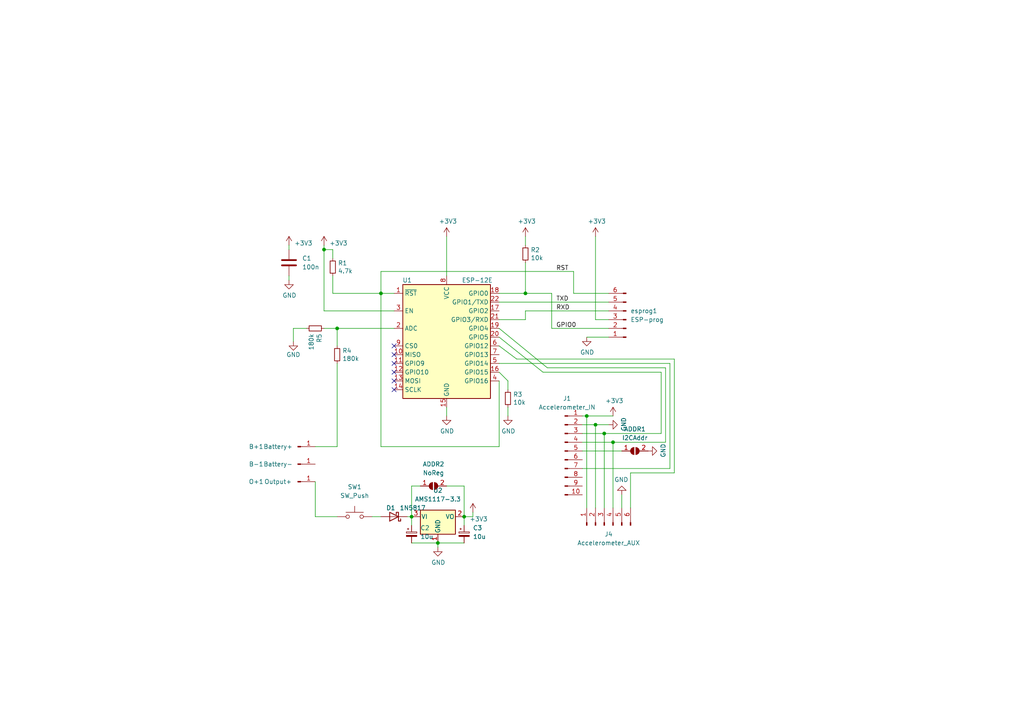
<source format=kicad_sch>
(kicad_sch (version 20231120) (generator "eeschema") (generator_version "8.0")
  (paper "A4")
  (title_block (title "SlimSlimeModularModule") (date "2022-03-16") (rev "1") (company "BearlyTechnical"))
  (lib_symbols
    (symbol "Connector:Conn_01x01_Male" (pin_names (offset 1.016) hide)
      (property "Reference" "J" (at 0 2.54 0))
      (property "Value" "Conn_01x01_Male" (at 0 -2.54 0))
      (symbol "Conn_01x01_Male_1_1"
        (polyline (pts (xy 1.27 0) (xy 0.8636 0)) (stroke (width 0.1524)))
        (rectangle (start 0.8636 0.127) (end 0 -0.127) (stroke (width 0.1524)) (fill (type outline)))
        (pin passive line (at 5.08 0 180) (length 3.81) (name "Pin_1") (number "1"))
      )
    )
    (symbol "Connector:Conn_01x06_Male" (pin_names (offset 1.016) hide)
      (property "Reference" "J" (at 0 7.62 0))
      (property "Value" "Conn_01x06_Male" (at 0 -10.16 0))
      (symbol "Conn_01x06_Male_1_1"
        (polyline (pts (xy 1.27 -7.62) (xy 0.8636 -7.62)) (stroke (width 0.1524)))
        (polyline (pts (xy 1.27 -5.08) (xy 0.8636 -5.08)) (stroke (width 0.1524)))
        (polyline (pts (xy 1.27 -2.54) (xy 0.8636 -2.54)) (stroke (width 0.1524)))
        (polyline (pts (xy 1.27 0) (xy 0.8636 0)) (stroke (width 0.1524)))
        (polyline (pts (xy 1.27 2.54) (xy 0.8636 2.54)) (stroke (width 0.1524)))
        (polyline (pts (xy 1.27 5.08) (xy 0.8636 5.08)) (stroke (width 0.1524)))
        (rectangle (start 0.8636 -7.493) (end 0 -7.747) (stroke (width 0.1524)) (fill (type outline)))
        (rectangle (start 0.8636 -4.953) (end 0 -5.207) (stroke (width 0.1524)) (fill (type outline)))
        (rectangle (start 0.8636 -2.413) (end 0 -2.667) (stroke (width 0.1524)) (fill (type outline)))
        (rectangle (start 0.8636 0.127) (end 0 -0.127) (stroke (width 0.1524)) (fill (type outline)))
        (rectangle (start 0.8636 2.667) (end 0 2.413) (stroke (width 0.1524)) (fill (type outline)))
        (rectangle (start 0.8636 5.207) (end 0 4.953) (stroke (width 0.1524)) (fill (type outline)))
        (pin passive line (at 5.08 5.08 180) (length 3.81) (name "Pin_1") (number "1"))
        (pin passive line (at 5.08 2.54 180) (length 3.81) (name "Pin_2") (number "2"))
        (pin passive line (at 5.08 0 180) (length 3.81) (name "Pin_3") (number "3"))
        (pin passive line (at 5.08 -2.54 180) (length 3.81) (name "Pin_4") (number "4"))
        (pin passive line (at 5.08 -5.08 180) (length 3.81) (name "Pin_5") (number "5"))
        (pin passive line (at 5.08 -7.62 180) (length 3.81) (name "Pin_6") (number "6"))
      )
    )
    (symbol "Connector:Conn_01x10_Male" (pin_names (offset 1.016) hide)
      (property "Reference" "J" (at 0 12.7 0))
      (property "Value" "Conn_01x10_Male" (at 0 -15.24 0))
      (symbol "Conn_01x10_Male_1_1"
        (polyline (pts (xy 1.27 -12.7) (xy 0.8636 -12.7)) (stroke (width 0.1524)))
        (polyline (pts (xy 1.27 -10.16) (xy 0.8636 -10.16)) (stroke (width 0.1524)))
        (polyline (pts (xy 1.27 -7.62) (xy 0.8636 -7.62)) (stroke (width 0.1524)))
        (polyline (pts (xy 1.27 -5.08) (xy 0.8636 -5.08)) (stroke (width 0.1524)))
        (polyline (pts (xy 1.27 -2.54) (xy 0.8636 -2.54)) (stroke (width 0.1524)))
        (polyline (pts (xy 1.27 0) (xy 0.8636 0)) (stroke (width 0.1524)))
        (polyline (pts (xy 1.27 2.54) (xy 0.8636 2.54)) (stroke (width 0.1524)))
        (polyline (pts (xy 1.27 5.08) (xy 0.8636 5.08)) (stroke (width 0.1524)))
        (polyline (pts (xy 1.27 7.62) (xy 0.8636 7.62)) (stroke (width 0.1524)))
        (polyline (pts (xy 1.27 10.16) (xy 0.8636 10.16)) (stroke (width 0.1524)))
        (rectangle (start 0.8636 -12.573) (end 0 -12.827) (stroke (width 0.1524)) (fill (type outline)))
        (rectangle (start 0.8636 -10.033) (end 0 -10.287) (stroke (width 0.1524)) (fill (type outline)))
        (rectangle (start 0.8636 -7.493) (end 0 -7.747) (stroke (width 0.1524)) (fill (type outline)))
        (rectangle (start 0.8636 -4.953) (end 0 -5.207) (stroke (width 0.1524)) (fill (type outline)))
        (rectangle (start 0.8636 -2.413) (end 0 -2.667) (stroke (width 0.1524)) (fill (type outline)))
        (rectangle (start 0.8636 0.127) (end 0 -0.127) (stroke (width 0.1524)) (fill (type outline)))
        (rectangle (start 0.8636 2.667) (end 0 2.413) (stroke (width 0.1524)) (fill (type outline)))
        (rectangle (start 0.8636 5.207) (end 0 4.953) (stroke (width 0.1524)) (fill (type outline)))
        (rectangle (start 0.8636 7.747) (end 0 7.493) (stroke (width 0.1524)) (fill (type outline)))
        (rectangle (start 0.8636 10.287) (end 0 10.033) (stroke (width 0.1524)) (fill (type outline)))
        (pin passive line (at 5.08 10.16 180) (length 3.81) (name "Pin_1") (number "1"))
        (pin passive line (at 5.08 -12.7 180) (length 3.81) (name "Pin_10") (number "10"))
        (pin passive line (at 5.08 7.62 180) (length 3.81) (name "Pin_2") (number "2"))
        (pin passive line (at 5.08 5.08 180) (length 3.81) (name "Pin_3") (number "3"))
        (pin passive line (at 5.08 2.54 180) (length 3.81) (name "Pin_4") (number "4"))
        (pin passive line (at 5.08 0 180) (length 3.81) (name "Pin_5") (number "5"))
        (pin passive line (at 5.08 -2.54 180) (length 3.81) (name "Pin_6") (number "6"))
        (pin passive line (at 5.08 -5.08 180) (length 3.81) (name "Pin_7") (number "7"))
        (pin passive line (at 5.08 -7.62 180) (length 3.81) (name "Pin_8") (number "8"))
        (pin passive line (at 5.08 -10.16 180) (length 3.81) (name "Pin_9") (number "9"))
      )
    )
    (symbol "Device:C" (pin_numbers hide) (pin_names (offset 0.254))
      (property "Reference" "C" (at 0.635 2.54 0))
      (property "Value" "C" (at 0.635 -2.54 0))
      (symbol "C_0_1"
        (polyline (pts (xy -2.032 -0.762) (xy 2.032 -0.762)) (stroke (width 0.508)))
        (polyline (pts (xy -2.032 0.762) (xy 2.032 0.762)) (stroke (width 0.508)))
      )
      (symbol "C_1_1"
        (pin passive line (at 0 3.81 270) (length 2.794) (name "~") (number "1"))
        (pin passive line (at 0 -3.81 90) (length 2.794) (name "~") (number "2"))
      )
    )
    (symbol "Device:C_Polarized_Small" (pin_numbers hide) (pin_names (offset 0.254) hide)
      (property "Reference" "C" (at 0.254 1.778 0))
      (property "Value" "C_Polarized_Small" (at 0.254 -2.032 0))
      (symbol "C_Polarized_Small_0_1"
        (rectangle (start -1.524 -0.3048) (end 1.524 -0.6858) (fill (type outline)))
        (rectangle (start -1.524 0.6858) (end 1.524 0.3048))
        (polyline (pts (xy -1.27 1.524) (xy -0.762 1.524)))
        (polyline (pts (xy -1.016 1.27) (xy -1.016 1.778)))
      )
      (symbol "C_Polarized_Small_1_1"
        (pin passive line (at 0 2.54 270) (length 1.8542) (name "~") (number "1"))
        (pin passive line (at 0 -2.54 90) (length 1.8542) (name "~") (number "2"))
      )
    )
    (symbol "Device:R_Small" (pin_numbers hide) (pin_names (offset 0.254) hide)
      (property "Reference" "R" (at 0.762 0.508 0))
      (property "Value" "R_Small" (at 0.762 -1.016 0))
      (symbol "R_Small_0_1"
        (rectangle (start -0.762 1.778) (end 0.762 -1.778) (stroke (width 0.2032)))
      )
      (symbol "R_Small_1_1"
        (pin passive line (at 0 2.54 270) (length 0.762) (name "~") (number "1"))
        (pin passive line (at 0 -2.54 90) (length 0.762) (name "~") (number "2"))
      )
    )
    (symbol "Diode:1N5817" (pin_numbers hide) (pin_names (offset 1.016) hide)
      (property "Reference" "D" (at 0 2.54 0))
      (property "Value" "1N5817" (at 0 -2.54 0))
      (symbol "1N5817_0_1"
        (polyline (pts (xy 1.27 0) (xy -1.27 0)))
        (polyline (pts (xy 1.27 1.27) (xy 1.27 -1.27) (xy -1.27 0) (xy 1.27 1.27)) (stroke (width 0.254)))
        (polyline (pts (xy -1.905 0.635) (xy -1.905 1.27) (xy -1.27 1.27) (xy -1.27 -1.27) (xy -0.635 -1.27) (xy -0.635 -0.635)) (stroke (width 0.254)))
      )
      (symbol "1N5817_1_1"
        (pin passive line (at -3.81 0 0) (length 2.54) (name "K") (number "1"))
        (pin passive line (at 3.81 0 180) (length 2.54) (name "A") (number "2"))
      )
    )
    (symbol "Jumper:SolderJumper_2_Open" (pin_names (offset 0) hide)
      (property "Reference" "JP" (at 0 2.032 0))
      (property "Value" "SolderJumper_2_Open" (at 0 -2.54 0))
      (symbol "SolderJumper_2_Open_0_1"
        (arc (start -0.254 1.016) (mid -1.2656 0) (end -0.254 -1.016))
        (arc (start -0.254 1.016) (mid -1.2656 0) (end -0.254 -1.016) (fill (type outline)))
        (polyline (pts (xy -0.254 1.016) (xy -0.254 -1.016)))
        (polyline (pts (xy 0.254 1.016) (xy 0.254 -1.016)))
        (arc (start 0.254 -1.016) (mid 1.2656 0) (end 0.254 1.016))
        (arc (start 0.254 -1.016) (mid 1.2656 0) (end 0.254 1.016) (fill (type outline)))
      )
      (symbol "SolderJumper_2_Open_1_1"
        (pin passive line (at -3.81 0 0) (length 2.54) (name "A") (number "1"))
        (pin passive line (at 3.81 0 180) (length 2.54) (name "B") (number "2"))
      )
    )
    (symbol "RF_Module:ESP-12E"
      (property "Reference" "U" (at -12.7 19.05 0))
      (property "Value" "ESP-12E" (at 12.7 19.05 0))
      (symbol "ESP-12E_0_1"
        (rectangle (start -12.7 17.78) (end 12.7 -15.24) (stroke (width 0.254)) (fill (type background)))
      )
      (symbol "ESP-12E_1_1"
        (pin input line (at -15.24 15.24 0) (length 2.54) (name "~{RST}") (number "1"))
        (pin bidirectional line (at -15.24 -2.54 0) (length 2.54) (name "MISO") (number "10"))
        (pin bidirectional line (at -15.24 -5.08 0) (length 2.54) (name "GPIO9") (number "11"))
        (pin bidirectional line (at -15.24 -7.62 0) (length 2.54) (name "GPIO10") (number "12"))
        (pin bidirectional line (at -15.24 -10.16 0) (length 2.54) (name "MOSI") (number "13"))
        (pin bidirectional line (at -15.24 -12.7 0) (length 2.54) (name "SCLK") (number "14"))
        (pin power_in line (at 0 -17.78 90) (length 2.54) (name "GND") (number "15"))
        (pin bidirectional line (at 15.24 -7.62 180) (length 2.54) (name "GPIO15") (number "16"))
        (pin bidirectional line (at 15.24 10.16 180) (length 2.54) (name "GPIO2") (number "17"))
        (pin bidirectional line (at 15.24 15.24 180) (length 2.54) (name "GPIO0") (number "18"))
        (pin bidirectional line (at 15.24 5.08 180) (length 2.54) (name "GPIO4") (number "19"))
        (pin input line (at -15.24 5.08 0) (length 2.54) (name "ADC") (number "2"))
        (pin bidirectional line (at 15.24 2.54 180) (length 2.54) (name "GPIO5") (number "20"))
        (pin bidirectional line (at 15.24 7.62 180) (length 2.54) (name "GPIO3/RXD") (number "21"))
        (pin bidirectional line (at 15.24 12.7 180) (length 2.54) (name "GPIO1/TXD") (number "22"))
        (pin input line (at -15.24 10.16 0) (length 2.54) (name "EN") (number "3"))
        (pin bidirectional line (at 15.24 -10.16 180) (length 2.54) (name "GPIO16") (number "4"))
        (pin bidirectional line (at 15.24 -5.08 180) (length 2.54) (name "GPIO14") (number "5"))
        (pin bidirectional line (at 15.24 0 180) (length 2.54) (name "GPIO12") (number "6"))
        (pin bidirectional line (at 15.24 -2.54 180) (length 2.54) (name "GPIO13") (number "7"))
        (pin power_in line (at 0 20.32 270) (length 2.54) (name "VCC") (number "8"))
        (pin input line (at -15.24 0 0) (length 2.54) (name "CS0") (number "9"))
      )
    )
    (symbol "Regulator_Linear:AMS1117-3.3" (pin_names (offset 0.254))
      (property "Reference" "U" (at -3.81 3.175 0))
      (property "Value" "AMS1117-3.3" (at 0 3.175 0))
      (symbol "AMS1117-3.3_0_1"
        (rectangle (start -5.08 -5.08) (end 5.08 1.905) (stroke (width 0.254)) (fill (type background)))
      )
      (symbol "AMS1117-3.3_1_1"
        (pin power_in line (at 0 -7.62 90) (length 2.54) (name "GND") (number "1"))
        (pin power_out line (at 7.62 0 180) (length 2.54) (name "VO") (number "2"))
        (pin power_in line (at -7.62 0 0) (length 2.54) (name "VI") (number "3"))
      )
    )
    (symbol "Switch:SW_Push" (pin_numbers hide) (pin_names (offset 1.016) hide)
      (property "Reference" "SW" (at 1.27 2.54 0))
      (property "Value" "SW_Push" (at 0 -1.524 0))
      (symbol "SW_Push_0_1"
        (circle (center -2.032 0) (radius 0.508))
        (polyline (pts (xy 0 1.27) (xy 0 3.048)))
        (polyline (pts (xy 2.54 1.27) (xy -2.54 1.27)))
        (circle (center 2.032 0) (radius 0.508))
        (pin passive line (at -5.08 0 0) (length 2.54) (name "1") (number "1"))
        (pin passive line (at 5.08 0 180) (length 2.54) (name "2") (number "2"))
      )
    )
    (symbol "power:+3V3" (power) (pin_names (offset 0))
      (property "Value" "+3V3" (at 0 3.556 0))
      (symbol "+3V3_0_1"
        (polyline (pts (xy -0.762 1.27) (xy 0 2.54)))
        (polyline (pts (xy 0 0) (xy 0 2.54)))
        (polyline (pts (xy 0 2.54) (xy 0.762 1.27)))
      )
      (symbol "+3V3_1_1"
        (pin power_in line (at 0 0 90) (length 0) hide (name "+3V3") (number "1"))
      )
    )
    (symbol "power:GND" (power) (pin_names (offset 0))
      (property "Value" "GND" (at 0 -3.81 0))
      (symbol "GND_0_1"
        (polyline (pts (xy 0 0) (xy 0 -1.27) (xy 1.27 -1.27) (xy 0 -2.54) (xy -1.27 -1.27) (xy 0 -1.27)))
      )
      (symbol "GND_1_1"
        (pin power_in line (at 0 0 270) (length 0) hide (name "GND") (number "1"))
      )
    )
  )
  (junction (at 97.79 95.25))
  (junction (at 110.49 85.09))
  (junction (at 170.18 120.65))
  (junction (at 127 157.48))
  (junction (at 93.98 72.39))
  (junction (at 119.38 149.86))
  (junction (at 152.4 85.09))
  (junction (at 175.26 125.73))
  (junction (at 172.72 123.19))
  (junction (at 134.62 149.86))
  (junction (at 177.8 128.27))
  (no_connect (at 114.3 107.95))
  (no_connect (at 114.3 100.33))
  (no_connect (at 114.3 102.87))
  (no_connect (at 114.3 110.49))
  (no_connect (at 114.3 105.41))
  (no_connect (at 114.3 113.03))
  (wire (pts (xy 168.91 128.27) (xy 177.8 128.27)))
  (wire (pts (xy 191.77 125.73) (xy 191.77 107.95)))
  (wire (pts (xy 97.79 100.33) (xy 97.79 95.25)))
  (wire (pts (xy 177.8 128.27) (xy 177.8 147.32)))
  (wire (pts (xy 152.4 76.2) (xy 152.4 85.09)))
  (wire (pts (xy 121.92 140.97) (xy 119.38 140.97)))
  (wire (pts (xy 134.62 140.97) (xy 134.62 149.86)))
  (wire (pts (xy 152.4 85.09) (xy 144.78 85.09)))
  (wire (pts (xy 83.82 71.12) (xy 83.82 72.39)))
  (wire (pts (xy 175.26 125.73) (xy 175.26 147.32)))
  (wire (pts (xy 182.88 137.16) (xy 195.58 137.16)))
  (wire (pts (xy 110.49 78.74) (xy 110.49 85.09)))
  (wire (pts (xy 195.58 104.14) (xy 195.58 137.16)))
  (wire (pts (xy 152.4 90.17) (xy 176.53 90.17)))
  (wire (pts (xy 176.53 85.09) (xy 166.37 85.09)))
  (wire (pts (xy 85.09 95.25) (xy 88.9 95.25)))
  (wire (pts (xy 172.72 123.19) (xy 172.72 147.32)))
  (wire (pts (xy 147.32 110.49) (xy 147.32 113.03)))
  (wire (pts (xy 144.78 129.54) (xy 110.49 129.54)))
  (wire (pts (xy 119.38 140.97) (xy 119.38 149.86)))
  (wire (pts (xy 144.78 92.71) (xy 152.4 92.71)))
  (wire (pts (xy 110.49 129.54) (xy 110.49 85.09)))
  (wire (pts (xy 175.26 125.73) (xy 168.91 125.73)))
  (wire (pts (xy 119.38 157.48) (xy 127 157.48)))
  (wire (pts (xy 97.79 95.25) (xy 114.3 95.25)))
  (wire (pts (xy 91.44 129.54) (xy 97.79 129.54)))
  (wire (pts (xy 177.8 128.27) (xy 193.04 128.27)))
  (wire (pts (xy 194.31 105.41) (xy 194.31 135.89)))
  (wire (pts (xy 127 158.75) (xy 127 157.48)))
  (wire (pts (xy 85.09 95.25) (xy 85.09 99.06)))
  (wire (pts (xy 129.54 68.58) (xy 129.54 80.01)))
  (wire (pts (xy 144.78 107.95) (xy 147.32 110.49)))
  (wire (pts (xy 170.18 120.65) (xy 170.18 147.32)))
  (wire (pts (xy 193.04 128.27) (xy 193.04 106.68)))
  (wire (pts (xy 147.32 118.11) (xy 147.32 120.65)))
  (wire (pts (xy 176.53 92.71) (xy 172.72 92.71)))
  (wire (pts (xy 176.53 95.25) (xy 160.02 95.25)))
  (wire (pts (xy 93.98 72.39) (xy 93.98 90.17)))
  (wire (pts (xy 93.98 90.17) (xy 114.3 90.17)))
  (wire (pts (xy 129.54 140.97) (xy 134.62 140.97)))
  (wire (pts (xy 158.75 106.68) (xy 144.78 95.25)))
  (wire (pts (xy 193.04 106.68) (xy 158.75 106.68)))
  (wire (pts (xy 96.52 80.01) (xy 96.52 85.09)))
  (wire (pts (xy 172.72 123.19) (xy 168.91 123.19)))
  (wire (pts (xy 170.18 97.79) (xy 176.53 97.79)))
  (wire (pts (xy 152.4 68.58) (xy 152.4 71.12)))
  (wire (pts (xy 144.78 87.63) (xy 176.53 87.63)))
  (wire (pts (xy 144.78 110.49) (xy 144.78 129.54)))
  (wire (pts (xy 180.34 143.51) (xy 180.34 147.32)))
  (wire (pts (xy 118.11 149.86) (xy 119.38 149.86)))
  (wire (pts (xy 93.98 95.25) (xy 97.79 95.25)))
  (wire (pts (xy 176.53 123.19) (xy 172.72 123.19)))
  (wire (pts (xy 83.82 81.28) (xy 83.82 80.01)))
  (wire (pts (xy 137.16 149.86) (xy 134.62 149.86)))
  (wire (pts (xy 93.98 71.12) (xy 93.98 72.39)))
  (wire (pts (xy 194.31 135.89) (xy 168.91 135.89)))
  (wire (pts (xy 191.77 125.73) (xy 175.26 125.73)))
  (wire (pts (xy 127 157.48) (xy 134.62 157.48)))
  (wire (pts (xy 107.95 149.86) (xy 110.49 149.86)))
  (wire (pts (xy 110.49 85.09) (xy 114.3 85.09)))
  (wire (pts (xy 166.37 85.09) (xy 166.37 78.74)))
  (wire (pts (xy 96.52 85.09) (xy 110.49 85.09)))
  (wire (pts (xy 160.02 85.09) (xy 152.4 85.09)))
  (wire (pts (xy 160.02 95.25) (xy 160.02 85.09)))
  (wire (pts (xy 152.4 92.71) (xy 152.4 90.17)))
  (wire (pts (xy 191.77 107.95) (xy 157.48 107.95)))
  (wire (pts (xy 170.18 120.65) (xy 168.91 120.65)))
  (wire (pts (xy 91.44 139.7) (xy 91.44 149.86)))
  (wire (pts (xy 195.58 104.14) (xy 149.86 104.14)))
  (wire (pts (xy 172.72 92.71) (xy 172.72 68.58)))
  (wire (pts (xy 96.52 72.39) (xy 93.98 72.39)))
  (wire (pts (xy 177.8 120.65) (xy 170.18 120.65)))
  (wire (pts (xy 182.88 137.16) (xy 182.88 147.32)))
  (wire (pts (xy 166.37 78.74) (xy 110.49 78.74)))
  (wire (pts (xy 149.86 104.14) (xy 144.78 100.33)))
  (wire (pts (xy 96.52 74.93) (xy 96.52 72.39)))
  (wire (pts (xy 168.91 130.81) (xy 180.34 130.81)))
  (wire (pts (xy 157.48 107.95) (xy 144.78 97.79)))
  (wire (pts (xy 91.44 149.86) (xy 97.79 149.86)))
  (wire (pts (xy 119.38 149.86) (xy 119.38 152.4)))
  (wire (pts (xy 137.16 148.59) (xy 137.16 149.86)))
  (wire (pts (xy 129.54 120.65) (xy 129.54 118.11)))
  (wire (pts (xy 134.62 149.86) (xy 134.62 152.4)))
  (wire (pts (xy 194.31 105.41) (xy 144.78 105.41)))
  (wire (pts (xy 97.79 105.41) (xy 97.79 129.54)))
  (label "TXD" (at 161.29 87.63 0))
  (label "RXD" (at 161.29 90.17 0))
  (label "RST" (at 161.29 78.74 0))
  (label "GPIO0" (at 161.29 95.25 0))
  (symbol (lib_id "RF_Module:ESP-12E") (at 129.54 100.33 0) (unit 1)
    (property "Reference" "U1" (at 118.11 81.28 0))
    (property "Value" "ESP-12E" (at 138.43 81.28 0))
    (property "Footprint" "footprints:ESP-12E" (effects (hide yes)))
    (property "Datasheet" "http://wiki.ai-thinker.com/_media/esp8266/esp8266_series_modules_user_manual_v1.1.pdf" (effects (hide yes)))
  )
  (symbol (lib_id "Device:R_Small") (at 96.52 77.47 0) (unit 1)
    (property "Reference" "R1" (at 98.0186 76.3016 0) (effects (justify left)))
    (property "Value" "4.7k" (at 98.0186 78.613 0) (effects (justify left)))
    (property "Footprint" "Resistor_SMD:R_0805_2012Metric_Pad1.20x1.40mm_HandSolder" (effects (hide yes)))
  )
  (symbol (lib_id "power:GND") (at 129.54 120.65 0) (unit 1)
    (property "Reference" "#PWR04" (effects (hide yes)))
    (property "Value" "GND" (at 129.667 125.0442 0))
  )
  (symbol (lib_id "power:+3V3") (at 93.98 71.12 0) (unit 1)
    (property "Reference" "#PWR02" (effects (hide yes)))
    (property "Value" "+3V3" (at 98.171 70.5358 0))
  )
  (symbol (lib_id "Device:R_Small") (at 147.32 115.57 0) (unit 1)
    (property "Reference" "R3" (at 148.8186 114.4016 0) (effects (justify left)))
    (property "Value" "10k" (at 148.8186 116.713 0) (effects (justify left)))
    (property "Footprint" "Resistor_SMD:R_0805_2012Metric_Pad1.20x1.40mm_HandSolder" (effects (hide yes)))
  )
  (symbol (lib_id "power:GND") (at 147.32 120.65 0) (unit 1)
    (property "Reference" "#PWR06" (effects (hide yes)))
    (property "Value" "GND" (at 147.447 125.0442 0))
  )
  (symbol (lib_id "Device:R_Small") (at 152.4 73.66 0) (unit 1)
    (property "Reference" "R2" (at 153.8986 72.4916 0) (effects (justify left)))
    (property "Value" "10k" (at 153.8986 74.803 0) (effects (justify left)))
    (property "Footprint" "Resistor_SMD:R_0805_2012Metric_Pad1.20x1.40mm_HandSolder" (effects (hide yes)))
  )
  (symbol (lib_id "power:+3V3") (at 152.4 68.58 0) (unit 1)
    (property "Reference" "#PWR05" (effects (hide yes)))
    (property "Value" "+3V3" (at 152.781 64.1858 0))
  )
  (symbol (lib_id "power:+3V3") (at 172.72 68.58 0) (unit 1)
    (property "Reference" "#PWR07" (effects (hide yes)))
    (property "Value" "+3V3" (at 173.101 64.1858 0))
  )
  (symbol (lib_id "power:GND") (at 170.18 97.79 0) (unit 1)
    (property "Reference" "#PWR08" (effects (hide yes)))
    (property "Value" "GND" (at 170.307 102.1842 0))
  )
  (symbol (lib_id "power:+3V3") (at 129.54 68.58 0) (unit 1)
    (property "Reference" "#PWR03" (effects (hide yes)))
    (property "Value" "+3V3" (at 129.921 64.1858 0))
  )
  (symbol (lib_id "Connector:Conn_01x06_Male") (at 181.61 92.71 180) (unit 1)
    (property "Reference" "esprog1" (at 182.88 90.1699 0) (effects (justify right)))
    (property "Value" "ESP-prog" (at 182.88 92.7099 0) (effects (justify right)))
    (property "Footprint" "Connector_PinHeader_2.54mm:PinHeader_1x06_P2.54mm_Vertical" (effects (hide yes)))
  )
  (symbol (lib_id "Device:C") (at 83.82 76.2 0) (unit 1)
    (property "Reference" "C1" (at 87.63 74.9299 0) (effects (justify left)))
    (property "Value" "100n" (at 87.63 77.4699 0) (effects (justify left)))
    (property "Footprint" "Capacitor_SMD:C_1210_3225Metric" (effects (hide yes)))
  )
  (symbol (lib_id "power:GND") (at 127 158.75 0) (unit 1)
    (property "Reference" "#PWR0108" (effects (hide yes)))
    (property "Value" "GND" (at 127.127 163.1442 0))
  )
  (symbol (lib_id "Connector:Conn_01x10_Male") (at 163.83 130.81 0) (unit 1)
    (property "Reference" "J1" (at 164.465 115.57 0))
    (property "Value" "Accelerometer_IN" (at 164.465 118.11 0))
    (property "Footprint" "Connector_PinHeader_2.54mm:PinHeader_1x10_P2.54mm_Vertical" (effects (hide yes)))
  )
  (symbol (lib_id "power:+3V3") (at 83.82 71.12 0) (unit 1)
    (property "Reference" "#PWR0104" (effects (hide yes)))
    (property "Value" "+3V3" (at 88.011 70.5358 0))
  )
  (symbol (lib_id "Device:C_Polarized_Small") (at 119.38 154.94 0) (unit 1)
    (property "Reference" "C2" (at 121.92 153.1238 0) (effects (justify left)))
    (property "Value" "10u" (at 121.92 155.6638 0) (effects (justify left)))
    (property "Footprint" "Capacitor_Tantalum_SMD:CP_EIA-6032-20_AVX-F_Pad2.25x2.35mm_HandSolder" (effects (hide yes)))
  )
  (symbol (lib_id "power:GND") (at 187.96 130.81 90) (unit 1)
    (property "Reference" "#PWR0103" (effects (hide yes)))
    (property "Value" "GND" (at 192.3542 130.683 0))
  )
  (symbol (lib_id "Connector:Conn_01x01_Male") (at 86.36 134.62 0) (unit 1)
    (property "Reference" "B-1" (at 74.295 134.62 0))
    (property "Value" "Battery-" (at 80.645 134.62 0))
    (property "Footprint" "Connector_PinHeader_2.54mm:PinHeader_1x01_P2.54mm_Vertical" (effects (hide yes)))
  )
  (symbol (lib_id "Device:R_Small") (at 97.79 102.87 0) (unit 1)
    (property "Reference" "R4" (at 99.2886 101.7016 0) (effects (justify left)))
    (property "Value" "180k" (at 99.2886 104.013 0) (effects (justify left)))
    (property "Footprint" "Resistor_SMD:R_0805_2012Metric_Pad1.20x1.40mm_HandSolder" (effects (hide yes)))
  )
  (symbol (lib_id "Regulator_Linear:AMS1117-3.3") (at 127 149.86 0) (unit 1)
    (property "Reference" "U2" (at 127 142.24 0))
    (property "Value" "AMS1117-3.3" (at 127 144.78 0))
    (property "Footprint" "Package_TO_SOT_SMD:SOT-223-3_TabPin2" (effects (hide yes)))
    (property "Datasheet" "http://www.advanced-monolithic.com/pdf/ds1117.pdf" (effects (hide yes)))
  )
  (symbol (lib_id "Device:C_Polarized_Small") (at 134.62 154.94 0) (unit 1)
    (property "Reference" "C3" (at 137.16 153.1238 0) (effects (justify left)))
    (property "Value" "10u" (at 137.16 155.6638 0) (effects (justify left)))
    (property "Footprint" "Capacitor_Tantalum_SMD:CP_EIA-6032-20_AVX-F_Pad2.25x2.35mm_HandSolder" (effects (hide yes)))
  )
  (symbol (lib_id "power:+3V3") (at 177.8 120.65 0) (unit 1)
    (property "Reference" "#PWR0102" (effects (hide yes)))
    (property "Value" "+3V3" (at 178.181 116.2558 0))
  )
  (symbol (lib_id "Connector:Conn_01x01_Male") (at 86.36 129.54 0) (unit 1)
    (property "Reference" "B+1" (at 74.295 129.54 0))
    (property "Value" "Battery+" (at 80.645 129.54 0))
    (property "Footprint" "Connector_PinHeader_2.54mm:PinHeader_1x01_P2.54mm_Vertical" (effects (hide yes)))
  )
  (symbol (lib_id "Diode:1N5817") (at 114.3 149.86 180) (unit 1)
    (property "Reference" "D1" (at 113.3475 147.32 0))
    (property "Value" "1N5817" (at 119.6975 147.32 0))
    (property "Footprint" "Diode_SMD:D_MiniMELF_Handsoldering" (effects (hide yes)))
    (property "Datasheet" "http://www.vishay.com/docs/88525/1n5817.pdf" (effects (hide yes)))
  )
  (symbol (lib_id "Connector:Conn_01x01_Male") (at 86.36 139.7 0) (unit 1)
    (property "Reference" "O+1" (at 74.295 139.7 0))
    (property "Value" "Output+" (at 80.645 139.7 0))
    (property "Footprint" "Connector_PinHeader_2.54mm:PinHeader_1x01_P2.54mm_Vertical" (effects (hide yes)))
  )
  (symbol (lib_id "power:GND") (at 85.09 99.06 0) (unit 1)
    (property "Reference" "#PWR01" (effects (hide yes)))
    (property "Value" "GND" (at 85.09 102.87 0))
  )
  (symbol (lib_id "power:+3V3") (at 137.16 148.59 0) (unit 1)
    (property "Reference" "#PWR0105" (effects (hide yes)))
    (property "Value" "+3V3" (at 138.811 150.5458 0))
  )
  (symbol (lib_id "power:GND") (at 176.53 123.19 90) (unit 1)
    (property "Reference" "#PWR0101" (effects (hide yes)))
    (property "Value" "GND" (at 180.9242 123.063 0))
  )
  (symbol (lib_id "Jumper:SolderJumper_2_Open") (at 184.15 130.81 0) (unit 1)
    (property "Reference" "ADDR1" (at 184.15 124.46 0))
    (property "Value" "I2CAddr" (at 184.15 127 0))
    (property "Footprint" "Jumper:SolderJumper-2_P1.3mm_Open_RoundedPad1.0x1.5mm" (effects (hide yes)))
  )
  (symbol (lib_id "Connector:Conn_01x06_Male") (at 175.26 152.4 90) (unit 1)
    (property "Reference" "J4" (at 176.53 154.94 90))
    (property "Value" "Accelerometer_AUX" (at 176.53 157.48 90))
    (property "Footprint" "Connector_Molex:Molex_Micro-Fit_3.0_43045-0600_2x03_P3.00mm_Horizontal" (effects (hide yes)))
  )
  (symbol (lib_id "power:GND") (at 180.34 143.51 180) (unit 1)
    (property "Reference" "#PWR0107" (effects (hide yes)))
    (property "Value" "GND" (at 180.213 139.1158 0))
  )
  (symbol (lib_id "power:GND") (at 83.82 81.28 0) (unit 1)
    (property "Reference" "#PWR0106" (effects (hide yes)))
    (property "Value" "GND" (at 83.947 85.6742 0))
  )
  (symbol (lib_id "Device:R_Small") (at 91.44 95.25 270) (unit 1)
    (property "Reference" "R5" (at 92.6084 96.7486 0) (effects (justify left)))
    (property "Value" "180k" (at 90.297 96.7486 0) (effects (justify left)))
    (property "Footprint" "Resistor_SMD:R_0805_2012Metric_Pad1.20x1.40mm_HandSolder" (effects (hide yes)))
  )
  (symbol (lib_id "Jumper:SolderJumper_2_Open") (at 125.73 140.97 0) (unit 1)
    (property "Reference" "ADDR2" (at 125.73 134.62 0))
    (property "Value" "NoReg" (at 125.73 137.16 0))
    (property "Footprint" "Jumper:SolderJumper-2_P1.3mm_Open_RoundedPad1.0x1.5mm" (effects (hide yes)))
  )
  (symbol (lib_id "Switch:SW_Push") (at 102.87 149.86 0) (unit 1)
    (property "Reference" "SW1" (at 102.87 141.2216 0))
    (property "Value" "SW_Push" (at 102.87 143.7616 0))
    (property "Footprint" "Button_Switch_SMD:SW_SPDT_PCM12" (effects (hide yes)))
  )
)
</source>
